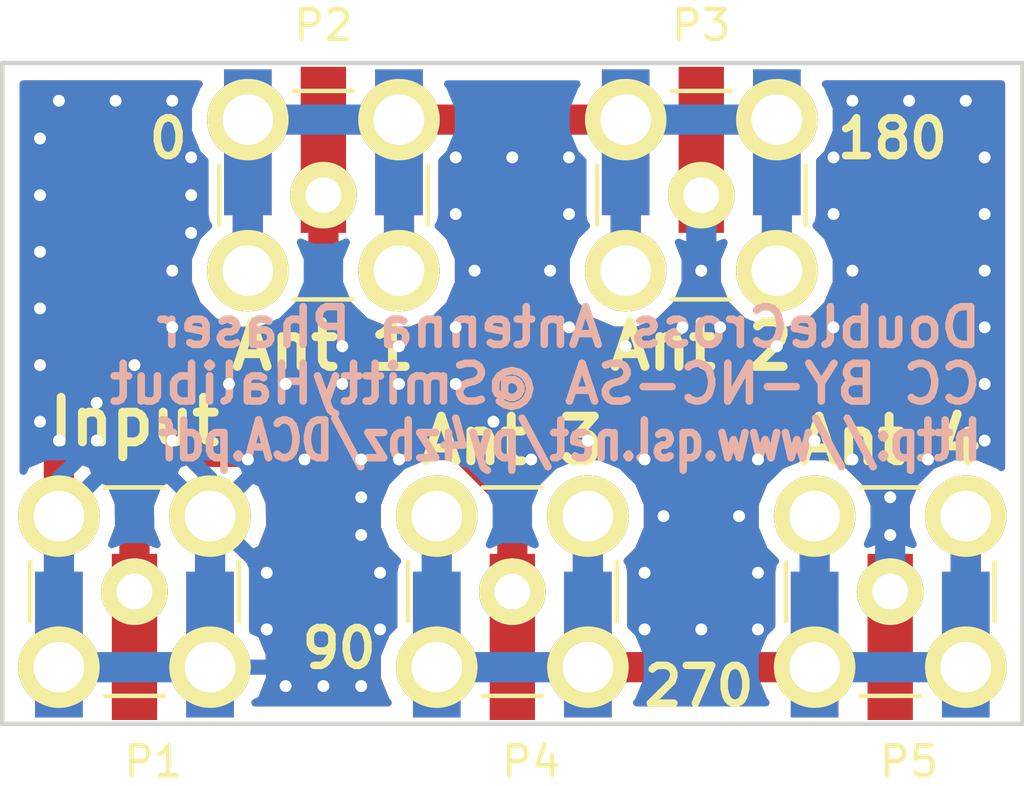
<source format=kicad_pcb>
(kicad_pcb (version 4) (host pcbnew 4.0.2+dfsg1-stable)

  (general
    (links 46)
    (no_connects 0)
    (area 135.179999 94.125 169.620001 120.99)
    (thickness 1.6)
    (drawings 21)
    (tracks 262)
    (zones 0)
    (modules 5)
    (nets 5)
  )

  (page A4)
  (layers
    (0 F.Cu signal)
    (31 B.Cu signal hide)
    (32 B.Adhes user)
    (33 F.Adhes user)
    (34 B.Paste user)
    (35 F.Paste user)
    (36 B.SilkS user)
    (37 F.SilkS user)
    (38 B.Mask user)
    (39 F.Mask user)
    (40 Dwgs.User user)
    (41 Cmts.User user)
    (42 Eco1.User user)
    (43 Eco2.User user)
    (44 Edge.Cuts user)
    (45 Margin user)
    (46 B.CrtYd user)
    (47 F.CrtYd user)
    (48 B.Fab user)
    (49 F.Fab user)
  )

  (setup
    (last_trace_width 1.016)
    (trace_clearance 0.2)
    (zone_clearance 0.508)
    (zone_45_only no)
    (trace_min 0.2)
    (segment_width 0.2)
    (edge_width 0.15)
    (via_size 0.6)
    (via_drill 0.4)
    (via_min_size 0.4)
    (via_min_drill 0.3)
    (uvia_size 0.3)
    (uvia_drill 0.1)
    (uvias_allowed no)
    (uvia_min_size 0)
    (uvia_min_drill 0)
    (pcb_text_width 0.3)
    (pcb_text_size 1.5 1.5)
    (mod_edge_width 0.15)
    (mod_text_size 1 1)
    (mod_text_width 0.15)
    (pad_size 1.524 1.524)
    (pad_drill 0.762)
    (pad_to_mask_clearance 0.2)
    (aux_axis_origin 0 0)
    (visible_elements FFFFFF7F)
    (pcbplotparams
      (layerselection 0x00030_80000001)
      (usegerberextensions false)
      (excludeedgelayer true)
      (linewidth 0.100000)
      (plotframeref false)
      (viasonmask false)
      (mode 1)
      (useauxorigin false)
      (hpglpennumber 1)
      (hpglpenspeed 20)
      (hpglpendiameter 15)
      (hpglpenoverlay 2)
      (psnegative false)
      (psa4output false)
      (plotreference true)
      (plotvalue true)
      (plotinvisibletext false)
      (padsonsilk false)
      (subtractmaskfromsilk false)
      (outputformat 1)
      (mirror false)
      (drillshape 1)
      (scaleselection 1)
      (outputdirectory ""))
  )

  (net 0 "")
  (net 1 "Net-(P1-Pad2)")
  (net 2 "Net-(P1-Pad1)")
  (net 3 "Net-(P2-Pad2)")
  (net 4 "Net-(P4-Pad2)")

  (net_class Default "This is the default net class."
    (clearance 0.2)
    (trace_width 1.016)
    (via_dia 0.6)
    (via_drill 0.4)
    (uvia_dia 0.3)
    (uvia_drill 0.1)
    (add_net "Net-(P1-Pad1)")
    (add_net "Net-(P1-Pad2)")
    (add_net "Net-(P2-Pad2)")
    (add_net "Net-(P4-Pad2)")
  )

  (module Libraries:SMA_Vertical_Or_Edge (layer F.Cu) (tedit 5A2C6C56) (tstamp 5A2C340C)
    (at 139.7 114.3)
    (descr "SMB pcb mounting jack")
    (tags "SMB Jack  Striaght")
    (path /5A2C3454)
    (fp_text reference P1 (at 0.635 5.715) (layer F.SilkS)
      (effects (font (size 1 1) (thickness 0.15)))
    )
    (fp_text value Input (at 0.635 5.715) (layer F.Fab)
      (effects (font (size 1 1) (thickness 0.15)))
    )
    (fp_line (start -4.25 -4.25) (end 4.25 -4.25) (layer B.CrtYd) (width 0.05))
    (fp_line (start 4.25 -4.25) (end 4.25 4.25) (layer B.CrtYd) (width 0.05))
    (fp_line (start 4.25 4.25) (end -4.25 4.25) (layer B.CrtYd) (width 0.05))
    (fp_line (start -4.25 4.25) (end -4.25 -4.25) (layer B.CrtYd) (width 0.05))
    (fp_line (start 4.25 4.25) (end -4.25 4.25) (layer F.CrtYd) (width 0.05))
    (fp_line (start -4.25 4.25) (end -4.25 -4.25) (layer F.CrtYd) (width 0.05))
    (fp_line (start 4.25 -4.25) (end 4.25 4.25) (layer F.CrtYd) (width 0.05))
    (fp_line (start -4.25 -4.25) (end 4.25 -4.25) (layer F.CrtYd) (width 0.05))
    (fp_line (start -1 -3.5052) (end 1 -3.5052) (layer F.SilkS) (width 0.15))
    (fp_line (start 3.5052 -1) (end 3.5052 1) (layer F.SilkS) (width 0.15))
    (fp_line (start 1 3.5052) (end -1 3.5052) (layer F.SilkS) (width 0.15))
    (fp_line (start -3.5052 1) (end -3.5052 -1) (layer F.SilkS) (width 0.15))
    (pad 2 thru_hole circle (at -2.54 2.54) (size 2.74 2.74) (drill 1.7) (layers *.Cu *.Mask F.SilkS)
      (net 1 "Net-(P1-Pad2)"))
    (pad 2 smd rect (at 2.54 1.778) (size 1.6002 4.9022) (layers B.Cu B.Paste B.Mask)
      (net 1 "Net-(P1-Pad2)"))
    (pad 2 thru_hole circle (at 2.54 2.54) (size 2.74 2.74) (drill 1.7) (layers *.Cu *.Mask F.SilkS)
      (net 1 "Net-(P1-Pad2)"))
    (pad 2 thru_hole circle (at 2.54 -2.54) (size 2.74 2.74) (drill 1.7) (layers *.Cu *.Mask F.SilkS)
      (net 1 "Net-(P1-Pad2)"))
    (pad 2 thru_hole circle (at -2.54 -2.54) (size 2.74 2.74) (drill 1.7) (layers *.Cu *.Mask F.SilkS)
      (net 1 "Net-(P1-Pad2)"))
    (pad 1 thru_hole circle (at 0 0) (size 2.24 2.24) (drill 1.2) (layers *.Cu *.Mask F.SilkS)
      (net 2 "Net-(P1-Pad1)"))
    (pad 1 smd rect (at 0 1.524) (size 1.524 5.588) (layers F.Cu F.Paste F.Mask)
      (net 2 "Net-(P1-Pad1)"))
    (pad 2 smd rect (at -2.54 1.778) (size 1.6002 4.9022) (layers F.Cu F.Paste F.Mask)
      (net 1 "Net-(P1-Pad2)"))
    (pad 2 smd rect (at 2.54 1.778) (size 1.6002 4.9022) (layers F.Cu F.Paste F.Mask)
      (net 1 "Net-(P1-Pad2)"))
    (pad 2 smd rect (at -2.54 1.778) (size 1.6002 4.9022) (layers B.Cu B.Paste B.Mask)
      (net 1 "Net-(P1-Pad2)"))
    (model Connect.3dshapes/SMB_Straight.wrl
      (at (xyz 0 0 0))
      (scale (xyz 1 1 1))
      (rotate (xyz 0 0 0))
    )
  )

  (module Libraries:SMA_Vertical_Or_Edge (layer F.Cu) (tedit 5A2C6C4F) (tstamp 5A2C341A)
    (at 146.05 100.965 180)
    (descr "SMB pcb mounting jack")
    (tags "SMB Jack  Striaght")
    (path /5A2C3323)
    (fp_text reference P2 (at 0 5.715 180) (layer F.SilkS)
      (effects (font (size 1 1) (thickness 0.15)))
    )
    (fp_text value Ant1 (at 0 5.715 180) (layer F.Fab)
      (effects (font (size 1 1) (thickness 0.15)))
    )
    (fp_line (start -4.25 -4.25) (end 4.25 -4.25) (layer B.CrtYd) (width 0.05))
    (fp_line (start 4.25 -4.25) (end 4.25 4.25) (layer B.CrtYd) (width 0.05))
    (fp_line (start 4.25 4.25) (end -4.25 4.25) (layer B.CrtYd) (width 0.05))
    (fp_line (start -4.25 4.25) (end -4.25 -4.25) (layer B.CrtYd) (width 0.05))
    (fp_line (start 4.25 4.25) (end -4.25 4.25) (layer F.CrtYd) (width 0.05))
    (fp_line (start -4.25 4.25) (end -4.25 -4.25) (layer F.CrtYd) (width 0.05))
    (fp_line (start 4.25 -4.25) (end 4.25 4.25) (layer F.CrtYd) (width 0.05))
    (fp_line (start -4.25 -4.25) (end 4.25 -4.25) (layer F.CrtYd) (width 0.05))
    (fp_line (start -1 -3.5052) (end 1 -3.5052) (layer F.SilkS) (width 0.15))
    (fp_line (start 3.5052 -1) (end 3.5052 1) (layer F.SilkS) (width 0.15))
    (fp_line (start 1 3.5052) (end -1 3.5052) (layer F.SilkS) (width 0.15))
    (fp_line (start -3.5052 1) (end -3.5052 -1) (layer F.SilkS) (width 0.15))
    (pad 2 thru_hole circle (at -2.54 2.54 180) (size 2.74 2.74) (drill 1.7) (layers *.Cu *.Mask F.SilkS)
      (net 3 "Net-(P2-Pad2)"))
    (pad 2 smd rect (at 2.54 1.778 180) (size 1.6002 4.9022) (layers B.Cu B.Paste B.Mask)
      (net 3 "Net-(P2-Pad2)"))
    (pad 2 thru_hole circle (at 2.54 2.54 180) (size 2.74 2.74) (drill 1.7) (layers *.Cu *.Mask F.SilkS)
      (net 3 "Net-(P2-Pad2)"))
    (pad 2 thru_hole circle (at 2.54 -2.54 180) (size 2.74 2.74) (drill 1.7) (layers *.Cu *.Mask F.SilkS)
      (net 3 "Net-(P2-Pad2)"))
    (pad 2 thru_hole circle (at -2.54 -2.54 180) (size 2.74 2.74) (drill 1.7) (layers *.Cu *.Mask F.SilkS)
      (net 3 "Net-(P2-Pad2)"))
    (pad 1 thru_hole circle (at 0 0 180) (size 2.24 2.24) (drill 1.2) (layers *.Cu *.Mask F.SilkS)
      (net 2 "Net-(P1-Pad1)"))
    (pad 1 smd rect (at 0 1.524 180) (size 1.524 5.588) (layers F.Cu F.Paste F.Mask)
      (net 2 "Net-(P1-Pad1)"))
    (pad 2 smd rect (at -2.54 1.778 180) (size 1.6002 4.9022) (layers F.Cu F.Paste F.Mask)
      (net 3 "Net-(P2-Pad2)"))
    (pad 2 smd rect (at 2.54 1.778 180) (size 1.6002 4.9022) (layers F.Cu F.Paste F.Mask)
      (net 3 "Net-(P2-Pad2)"))
    (pad 2 smd rect (at -2.54 1.778 180) (size 1.6002 4.9022) (layers B.Cu B.Paste B.Mask)
      (net 3 "Net-(P2-Pad2)"))
    (model Connect.3dshapes/SMB_Straight.wrl
      (at (xyz 0 0 0))
      (scale (xyz 1 1 1))
      (rotate (xyz 0 0 0))
    )
  )

  (module Libraries:SMA_Vertical_Or_Edge (layer F.Cu) (tedit 5A2C6C51) (tstamp 5A2C3428)
    (at 158.75 100.965 180)
    (descr "SMB pcb mounting jack")
    (tags "SMB Jack  Striaght")
    (path /5A2C33D2)
    (fp_text reference P3 (at 0 5.715 180) (layer F.SilkS)
      (effects (font (size 1 1) (thickness 0.15)))
    )
    (fp_text value Ant2 (at 0 5.715 180) (layer F.Fab)
      (effects (font (size 1 1) (thickness 0.15)))
    )
    (fp_line (start -4.25 -4.25) (end 4.25 -4.25) (layer B.CrtYd) (width 0.05))
    (fp_line (start 4.25 -4.25) (end 4.25 4.25) (layer B.CrtYd) (width 0.05))
    (fp_line (start 4.25 4.25) (end -4.25 4.25) (layer B.CrtYd) (width 0.05))
    (fp_line (start -4.25 4.25) (end -4.25 -4.25) (layer B.CrtYd) (width 0.05))
    (fp_line (start 4.25 4.25) (end -4.25 4.25) (layer F.CrtYd) (width 0.05))
    (fp_line (start -4.25 4.25) (end -4.25 -4.25) (layer F.CrtYd) (width 0.05))
    (fp_line (start 4.25 -4.25) (end 4.25 4.25) (layer F.CrtYd) (width 0.05))
    (fp_line (start -4.25 -4.25) (end 4.25 -4.25) (layer F.CrtYd) (width 0.05))
    (fp_line (start -1 -3.5052) (end 1 -3.5052) (layer F.SilkS) (width 0.15))
    (fp_line (start 3.5052 -1) (end 3.5052 1) (layer F.SilkS) (width 0.15))
    (fp_line (start 1 3.5052) (end -1 3.5052) (layer F.SilkS) (width 0.15))
    (fp_line (start -3.5052 1) (end -3.5052 -1) (layer F.SilkS) (width 0.15))
    (pad 2 thru_hole circle (at -2.54 2.54 180) (size 2.74 2.74) (drill 1.7) (layers *.Cu *.Mask F.SilkS)
      (net 3 "Net-(P2-Pad2)"))
    (pad 2 smd rect (at 2.54 1.778 180) (size 1.6002 4.9022) (layers B.Cu B.Paste B.Mask)
      (net 3 "Net-(P2-Pad2)"))
    (pad 2 thru_hole circle (at 2.54 2.54 180) (size 2.74 2.74) (drill 1.7) (layers *.Cu *.Mask F.SilkS)
      (net 3 "Net-(P2-Pad2)"))
    (pad 2 thru_hole circle (at 2.54 -2.54 180) (size 2.74 2.74) (drill 1.7) (layers *.Cu *.Mask F.SilkS)
      (net 3 "Net-(P2-Pad2)"))
    (pad 2 thru_hole circle (at -2.54 -2.54 180) (size 2.74 2.74) (drill 1.7) (layers *.Cu *.Mask F.SilkS)
      (net 3 "Net-(P2-Pad2)"))
    (pad 1 thru_hole circle (at 0 0 180) (size 2.24 2.24) (drill 1.2) (layers *.Cu *.Mask F.SilkS)
      (net 1 "Net-(P1-Pad2)"))
    (pad 1 smd rect (at 0 1.524 180) (size 1.524 5.588) (layers F.Cu F.Paste F.Mask)
      (net 1 "Net-(P1-Pad2)"))
    (pad 2 smd rect (at -2.54 1.778 180) (size 1.6002 4.9022) (layers F.Cu F.Paste F.Mask)
      (net 3 "Net-(P2-Pad2)"))
    (pad 2 smd rect (at 2.54 1.778 180) (size 1.6002 4.9022) (layers F.Cu F.Paste F.Mask)
      (net 3 "Net-(P2-Pad2)"))
    (pad 2 smd rect (at -2.54 1.778 180) (size 1.6002 4.9022) (layers B.Cu B.Paste B.Mask)
      (net 3 "Net-(P2-Pad2)"))
    (model Connect.3dshapes/SMB_Straight.wrl
      (at (xyz 0 0 0))
      (scale (xyz 1 1 1))
      (rotate (xyz 0 0 0))
    )
  )

  (module Libraries:SMA_Vertical_Or_Edge (layer F.Cu) (tedit 5A2C6C54) (tstamp 5A2C3436)
    (at 152.4 114.3)
    (descr "SMB pcb mounting jack")
    (tags "SMB Jack  Striaght")
    (path /5A2C33F3)
    (fp_text reference P4 (at 0.635 5.715) (layer F.SilkS)
      (effects (font (size 1 1) (thickness 0.15)))
    )
    (fp_text value Ant3 (at 0 5.715) (layer F.Fab)
      (effects (font (size 1 1) (thickness 0.15)))
    )
    (fp_line (start -4.25 -4.25) (end 4.25 -4.25) (layer B.CrtYd) (width 0.05))
    (fp_line (start 4.25 -4.25) (end 4.25 4.25) (layer B.CrtYd) (width 0.05))
    (fp_line (start 4.25 4.25) (end -4.25 4.25) (layer B.CrtYd) (width 0.05))
    (fp_line (start -4.25 4.25) (end -4.25 -4.25) (layer B.CrtYd) (width 0.05))
    (fp_line (start 4.25 4.25) (end -4.25 4.25) (layer F.CrtYd) (width 0.05))
    (fp_line (start -4.25 4.25) (end -4.25 -4.25) (layer F.CrtYd) (width 0.05))
    (fp_line (start 4.25 -4.25) (end 4.25 4.25) (layer F.CrtYd) (width 0.05))
    (fp_line (start -4.25 -4.25) (end 4.25 -4.25) (layer F.CrtYd) (width 0.05))
    (fp_line (start -1 -3.5052) (end 1 -3.5052) (layer F.SilkS) (width 0.15))
    (fp_line (start 3.5052 -1) (end 3.5052 1) (layer F.SilkS) (width 0.15))
    (fp_line (start 1 3.5052) (end -1 3.5052) (layer F.SilkS) (width 0.15))
    (fp_line (start -3.5052 1) (end -3.5052 -1) (layer F.SilkS) (width 0.15))
    (pad 2 thru_hole circle (at -2.54 2.54) (size 2.74 2.74) (drill 1.7) (layers *.Cu *.Mask F.SilkS)
      (net 4 "Net-(P4-Pad2)"))
    (pad 2 smd rect (at 2.54 1.778) (size 1.6002 4.9022) (layers B.Cu B.Paste B.Mask)
      (net 4 "Net-(P4-Pad2)"))
    (pad 2 thru_hole circle (at 2.54 2.54) (size 2.74 2.74) (drill 1.7) (layers *.Cu *.Mask F.SilkS)
      (net 4 "Net-(P4-Pad2)"))
    (pad 2 thru_hole circle (at 2.54 -2.54) (size 2.74 2.74) (drill 1.7) (layers *.Cu *.Mask F.SilkS)
      (net 4 "Net-(P4-Pad2)"))
    (pad 2 thru_hole circle (at -2.54 -2.54) (size 2.74 2.74) (drill 1.7) (layers *.Cu *.Mask F.SilkS)
      (net 4 "Net-(P4-Pad2)"))
    (pad 1 thru_hole circle (at 0 0) (size 2.24 2.24) (drill 1.2) (layers *.Cu *.Mask F.SilkS)
      (net 2 "Net-(P1-Pad1)"))
    (pad 1 smd rect (at 0 1.524) (size 1.524 5.588) (layers F.Cu F.Paste F.Mask)
      (net 2 "Net-(P1-Pad1)"))
    (pad 2 smd rect (at -2.54 1.778) (size 1.6002 4.9022) (layers F.Cu F.Paste F.Mask)
      (net 4 "Net-(P4-Pad2)"))
    (pad 2 smd rect (at 2.54 1.778) (size 1.6002 4.9022) (layers F.Cu F.Paste F.Mask)
      (net 4 "Net-(P4-Pad2)"))
    (pad 2 smd rect (at -2.54 1.778) (size 1.6002 4.9022) (layers B.Cu B.Paste B.Mask)
      (net 4 "Net-(P4-Pad2)"))
    (model Connect.3dshapes/SMB_Straight.wrl
      (at (xyz 0 0 0))
      (scale (xyz 1 1 1))
      (rotate (xyz 0 0 0))
    )
  )

  (module Libraries:SMA_Vertical_Or_Edge (layer F.Cu) (tedit 5A2C6C53) (tstamp 5A2C3444)
    (at 165.1 114.3)
    (descr "SMB pcb mounting jack")
    (tags "SMB Jack  Striaght")
    (path /5A2C3420)
    (fp_text reference P5 (at 0.635 5.715) (layer F.SilkS)
      (effects (font (size 1 1) (thickness 0.15)))
    )
    (fp_text value Ant4 (at 0 5.715) (layer F.Fab)
      (effects (font (size 1 1) (thickness 0.15)))
    )
    (fp_line (start -4.25 -4.25) (end 4.25 -4.25) (layer B.CrtYd) (width 0.05))
    (fp_line (start 4.25 -4.25) (end 4.25 4.25) (layer B.CrtYd) (width 0.05))
    (fp_line (start 4.25 4.25) (end -4.25 4.25) (layer B.CrtYd) (width 0.05))
    (fp_line (start -4.25 4.25) (end -4.25 -4.25) (layer B.CrtYd) (width 0.05))
    (fp_line (start 4.25 4.25) (end -4.25 4.25) (layer F.CrtYd) (width 0.05))
    (fp_line (start -4.25 4.25) (end -4.25 -4.25) (layer F.CrtYd) (width 0.05))
    (fp_line (start 4.25 -4.25) (end 4.25 4.25) (layer F.CrtYd) (width 0.05))
    (fp_line (start -4.25 -4.25) (end 4.25 -4.25) (layer F.CrtYd) (width 0.05))
    (fp_line (start -1 -3.5052) (end 1 -3.5052) (layer F.SilkS) (width 0.15))
    (fp_line (start 3.5052 -1) (end 3.5052 1) (layer F.SilkS) (width 0.15))
    (fp_line (start 1 3.5052) (end -1 3.5052) (layer F.SilkS) (width 0.15))
    (fp_line (start -3.5052 1) (end -3.5052 -1) (layer F.SilkS) (width 0.15))
    (pad 2 thru_hole circle (at -2.54 2.54) (size 2.74 2.74) (drill 1.7) (layers *.Cu *.Mask F.SilkS)
      (net 4 "Net-(P4-Pad2)"))
    (pad 2 smd rect (at 2.54 1.778) (size 1.6002 4.9022) (layers B.Cu B.Paste B.Mask)
      (net 4 "Net-(P4-Pad2)"))
    (pad 2 thru_hole circle (at 2.54 2.54) (size 2.74 2.74) (drill 1.7) (layers *.Cu *.Mask F.SilkS)
      (net 4 "Net-(P4-Pad2)"))
    (pad 2 thru_hole circle (at 2.54 -2.54) (size 2.74 2.74) (drill 1.7) (layers *.Cu *.Mask F.SilkS)
      (net 4 "Net-(P4-Pad2)"))
    (pad 2 thru_hole circle (at -2.54 -2.54) (size 2.74 2.74) (drill 1.7) (layers *.Cu *.Mask F.SilkS)
      (net 4 "Net-(P4-Pad2)"))
    (pad 1 thru_hole circle (at 0 0) (size 2.24 2.24) (drill 1.2) (layers *.Cu *.Mask F.SilkS)
      (net 1 "Net-(P1-Pad2)"))
    (pad 1 smd rect (at 0 1.524) (size 1.524 5.588) (layers F.Cu F.Paste F.Mask)
      (net 1 "Net-(P1-Pad2)"))
    (pad 2 smd rect (at -2.54 1.778) (size 1.6002 4.9022) (layers F.Cu F.Paste F.Mask)
      (net 4 "Net-(P4-Pad2)"))
    (pad 2 smd rect (at 2.54 1.778) (size 1.6002 4.9022) (layers F.Cu F.Paste F.Mask)
      (net 4 "Net-(P4-Pad2)"))
    (pad 2 smd rect (at -2.54 1.778) (size 1.6002 4.9022) (layers B.Cu B.Paste B.Mask)
      (net 4 "Net-(P4-Pad2)"))
    (model Connect.3dshapes/SMB_Straight.wrl
      (at (xyz 0 0 0))
      (scale (xyz 1 1 1))
      (rotate (xyz 0 0 0))
    )
  )

  (gr_text http://www.qsl.net/py4zbz/DCA.pdf (at 168.275 109.22) (layer B.SilkS)
    (effects (font (size 1.27 1.016) (thickness 0.254)) (justify left mirror))
  )
  (gr_text O (at 164.465 100.965) (layer F.Mask)
    (effects (font (size 1.016 1.016) (thickness 0.1905)) (justify left))
  )
  (gr_text o (at 165.735 102.87) (layer F.Mask)
    (effects (font (size 1.016 1.016) (thickness 0.1905)) (justify left))
  )
  (gr_text o (at 163.83 104.14) (layer F.Mask)
    (effects (font (size 1.016 1.016) (thickness 0.1905)) (justify left))
  )
  (gr_text ><> (at 162.56 106.68) (layer F.Mask)
    (effects (font (size 1.016 1.016) (thickness 0.1905)) (justify left))
  )
  (gr_text <>< (at 164.465 105.41) (layer F.Mask)
    (effects (font (size 1.016 1.016) (thickness 0.1905)) (justify left))
  )
  (gr_text "CC BY-NC-SA @SmittyHalibut" (at 168.275 107.315) (layer B.SilkS)
    (effects (font (size 1.27 1.27) (thickness 0.254)) (justify left mirror))
  )
  (gr_text "DoubleCross Antenna Phaser" (at 168.275 105.41) (layer B.SilkS)
    (effects (font (size 1.27 1.27) (thickness 0.254)) (justify left mirror))
  )
  (gr_text 180 (at 163.195 99.06) (layer F.SilkS)
    (effects (font (size 1.27 1.27) (thickness 0.254)) (justify left))
  )
  (gr_text 270 (at 160.655 117.475) (layer F.SilkS)
    (effects (font (size 1.27 1.27) (thickness 0.254)) (justify right))
  )
  (gr_text 0 (at 141.605 99.06) (layer F.SilkS)
    (effects (font (size 1.27 1.27) (thickness 0.254)) (justify right))
  )
  (gr_text 90 (at 147.955 116.205) (layer F.SilkS)
    (effects (font (size 1.27 1.27) (thickness 0.254)) (justify right))
  )
  (gr_text "Ant 2" (at 158.75 106.045) (layer F.SilkS)
    (effects (font (size 1.5 1.5) (thickness 0.3)))
  )
  (gr_text "Ant 1" (at 146.05 106.045) (layer F.SilkS)
    (effects (font (size 1.5 1.5) (thickness 0.3)))
  )
  (gr_text "Ant 4" (at 165.1 109.22) (layer F.SilkS)
    (effects (font (size 1.5 1.5) (thickness 0.3)))
  )
  (gr_text "Ant 3" (at 152.4 109.22) (layer F.SilkS)
    (effects (font (size 1.5 1.5) (thickness 0.3)))
  )
  (gr_text Input (at 139.7 108.585) (layer F.SilkS)
    (effects (font (size 1.5 1.5) (thickness 0.3)))
  )
  (gr_line (start 135.255 96.52) (end 135.255 118.745) (angle 90) (layer Edge.Cuts) (width 0.15))
  (gr_line (start 169.545 96.52) (end 135.255 96.52) (angle 90) (layer Edge.Cuts) (width 0.15))
  (gr_line (start 169.545 118.745) (end 169.545 96.52) (angle 90) (layer Edge.Cuts) (width 0.15))
  (gr_line (start 135.255 118.745) (end 169.545 118.745) (angle 90) (layer Edge.Cuts) (width 0.15))

  (segment (start 165.1 114.3) (end 165.1 111.125) (width 1.016) (layer B.Cu) (net 1) (status 400000))
  (segment (start 158.75 100.965) (end 158.75 103.505) (width 1.016) (layer B.Cu) (net 1) (status 400000))
  (segment (start 137.16 111.76) (end 137.16 109.22) (width 1.016) (layer F.Cu) (net 1) (status 400000))
  (segment (start 137.16 116.84) (end 141.478 116.84) (width 1.016) (layer B.Cu) (net 1))
  (segment (start 141.478 116.84) (end 142.24 116.078) (width 1.016) (layer B.Cu) (net 1) (tstamp 5A2C6D14))
  (segment (start 142.24 116.078) (end 142.24 111.76) (width 1.016) (layer B.Cu) (net 1))
  (segment (start 137.16 116.84) (end 137.16 111.76) (width 1.016) (layer B.Cu) (net 1))
  (segment (start 140.97 109.22) (end 142.875 107.315) (width 0.508) (layer B.Cu) (net 1))
  (segment (start 142.875 107.315) (end 144.78 107.315) (width 0.508) (layer F.Cu) (net 1) (tstamp 5A2C37D7))
  (via (at 142.875 107.315) (size 0.6) (drill 0.4) (layers F.Cu B.Cu) (net 1))
  (via (at 144.78 107.315) (size 0.6) (drill 0.4) (layers F.Cu B.Cu) (net 1))
  (segment (start 144.78 107.315) (end 145.415 107.315) (width 0.508) (layer B.Cu) (net 1) (tstamp 5A2C37DA))
  (segment (start 145.415 107.315) (end 146.685 106.045) (width 0.508) (layer B.Cu) (net 1) (tstamp 5A2C37DB))
  (via (at 146.685 106.045) (size 0.6) (drill 0.4) (layers F.Cu B.Cu) (net 1))
  (segment (start 146.685 106.045) (end 148.59 106.045) (width 0.508) (layer F.Cu) (net 1) (tstamp 5A2C37DE))
  (via (at 148.59 106.045) (size 0.6) (drill 0.4) (layers F.Cu B.Cu) (net 1))
  (segment (start 148.59 106.045) (end 149.86 106.045) (width 0.508) (layer B.Cu) (net 1) (tstamp 5A2C37E1))
  (segment (start 149.86 106.045) (end 150.495 105.41) (width 0.508) (layer B.Cu) (net 1) (tstamp 5A2C37E2))
  (via (at 150.495 105.41) (size 0.6) (drill 0.4) (layers F.Cu B.Cu) (net 1))
  (segment (start 150.495 105.41) (end 151.13 104.775) (width 0.508) (layer F.Cu) (net 1) (tstamp 5A2C37E5))
  (segment (start 151.13 104.775) (end 151.13 103.505) (width 0.508) (layer F.Cu) (net 1) (tstamp 5A2C37E6))
  (via (at 151.13 103.505) (size 0.6) (drill 0.4) (layers F.Cu B.Cu) (net 1))
  (segment (start 151.13 103.505) (end 151.13 102.235) (width 0.508) (layer B.Cu) (net 1) (tstamp 5A2C37E8))
  (segment (start 151.13 102.235) (end 150.495 101.6) (width 0.508) (layer B.Cu) (net 1) (tstamp 5A2C37E9))
  (via (at 150.495 101.6) (size 0.6) (drill 0.4) (layers F.Cu B.Cu) (net 1))
  (segment (start 150.495 101.6) (end 150.495 99.695) (width 0.508) (layer F.Cu) (net 1) (tstamp 5A2C37EC))
  (via (at 150.495 99.695) (size 0.6) (drill 0.4) (layers F.Cu B.Cu) (net 1))
  (segment (start 150.495 99.695) (end 152.4 99.695) (width 0.508) (layer B.Cu) (net 1) (tstamp 5A2C37EF))
  (via (at 152.4 99.695) (size 0.6) (drill 0.4) (layers F.Cu B.Cu) (net 1))
  (segment (start 152.4 99.695) (end 154.305 99.695) (width 0.508) (layer F.Cu) (net 1) (tstamp 5A2C37F2))
  (via (at 154.305 99.695) (size 0.6) (drill 0.4) (layers F.Cu B.Cu) (net 1))
  (segment (start 154.305 99.695) (end 154.305 101.6) (width 0.508) (layer B.Cu) (net 1) (tstamp 5A2C37F5))
  (via (at 154.305 101.6) (size 0.6) (drill 0.4) (layers F.Cu B.Cu) (net 1))
  (segment (start 154.305 101.6) (end 153.67 102.235) (width 0.508) (layer F.Cu) (net 1) (tstamp 5A2C37F8))
  (segment (start 153.67 102.235) (end 153.67 103.505) (width 0.508) (layer F.Cu) (net 1) (tstamp 5A2C37F9))
  (via (at 153.67 103.505) (size 0.6) (drill 0.4) (layers F.Cu B.Cu) (net 1))
  (segment (start 153.67 103.505) (end 153.67 104.775) (width 0.508) (layer B.Cu) (net 1) (tstamp 5A2C37FB))
  (segment (start 153.67 104.775) (end 154.305 105.41) (width 0.508) (layer B.Cu) (net 1) (tstamp 5A2C37FC))
  (via (at 154.305 105.41) (size 0.6) (drill 0.4) (layers F.Cu B.Cu) (net 1))
  (segment (start 154.305 105.41) (end 154.94 106.045) (width 0.508) (layer F.Cu) (net 1) (tstamp 5A2C37FF))
  (segment (start 154.94 106.045) (end 156.21 106.045) (width 0.508) (layer F.Cu) (net 1) (tstamp 5A2C3800))
  (via (at 156.21 106.045) (size 0.6) (drill 0.4) (layers F.Cu B.Cu) (net 1))
  (segment (start 156.21 106.045) (end 157.48 106.045) (width 0.508) (layer B.Cu) (net 1) (tstamp 5A2C3802))
  (segment (start 157.48 106.045) (end 158.115 105.41) (width 0.508) (layer B.Cu) (net 1) (tstamp 5A2C3803))
  (via (at 158.115 105.41) (size 0.6) (drill 0.4) (layers F.Cu B.Cu) (net 1))
  (segment (start 158.115 105.41) (end 158.75 104.775) (width 0.508) (layer F.Cu) (net 1) (tstamp 5A2C3806))
  (segment (start 158.75 104.775) (end 158.75 103.505) (width 0.508) (layer F.Cu) (net 1) (tstamp 5A2C3807))
  (segment (start 166.37 109.855) (end 165.1 111.125) (width 0.508) (layer B.Cu) (net 1) (tstamp 5A2C383D))
  (via (at 166.37 109.855) (size 0.6) (drill 0.4) (layers F.Cu B.Cu) (net 1))
  (segment (start 167.005 109.22) (end 166.37 109.855) (width 0.508) (layer F.Cu) (net 1) (tstamp 5A2C383A))
  (segment (start 168.275 109.22) (end 167.005 109.22) (width 0.508) (layer F.Cu) (net 1) (tstamp 5A2C3839))
  (via (at 168.275 109.22) (size 0.6) (drill 0.4) (layers F.Cu B.Cu) (net 1))
  (segment (start 168.275 107.315) (end 168.275 109.22) (width 0.508) (layer B.Cu) (net 1) (tstamp 5A2C3836))
  (via (at 168.275 107.315) (size 0.6) (drill 0.4) (layers F.Cu B.Cu) (net 1))
  (segment (start 168.275 105.41) (end 168.275 107.315) (width 0.508) (layer F.Cu) (net 1) (tstamp 5A2C3833))
  (via (at 168.275 105.41) (size 0.6) (drill 0.4) (layers F.Cu B.Cu) (net 1))
  (segment (start 168.275 103.505) (end 168.275 105.41) (width 0.508) (layer B.Cu) (net 1) (tstamp 5A2C3830))
  (via (at 168.275 103.505) (size 0.6) (drill 0.4) (layers F.Cu B.Cu) (net 1))
  (segment (start 168.275 101.6) (end 168.275 103.505) (width 0.508) (layer F.Cu) (net 1) (tstamp 5A2C382D))
  (via (at 168.275 101.6) (size 0.6) (drill 0.4) (layers F.Cu B.Cu) (net 1))
  (segment (start 168.275 99.695) (end 168.275 101.6) (width 0.508) (layer B.Cu) (net 1) (tstamp 5A2C382A))
  (via (at 168.275 99.695) (size 0.6) (drill 0.4) (layers F.Cu B.Cu) (net 1))
  (segment (start 168.275 98.425) (end 168.275 99.695) (width 0.508) (layer F.Cu) (net 1) (tstamp 5A2C3828))
  (segment (start 167.64 97.79) (end 168.275 98.425) (width 0.508) (layer F.Cu) (net 1) (tstamp 5A2C3827))
  (via (at 167.64 97.79) (size 0.6) (drill 0.4) (layers F.Cu B.Cu) (net 1))
  (segment (start 165.735 97.79) (end 167.64 97.79) (width 0.508) (layer B.Cu) (net 1) (tstamp 5A2C3824))
  (via (at 165.735 97.79) (size 0.6) (drill 0.4) (layers F.Cu B.Cu) (net 1))
  (segment (start 163.83 97.79) (end 165.735 97.79) (width 0.508) (layer F.Cu) (net 1) (tstamp 5A2C3821))
  (via (at 163.83 97.79) (size 0.6) (drill 0.4) (layers F.Cu B.Cu) (net 1))
  (segment (start 163.83 99.06) (end 163.83 97.79) (width 0.508) (layer B.Cu) (net 1) (tstamp 5A2C381F))
  (segment (start 163.195 99.695) (end 163.83 99.06) (width 0.508) (layer B.Cu) (net 1) (tstamp 5A2C381E))
  (via (at 163.195 99.695) (size 0.6) (drill 0.4) (layers F.Cu B.Cu) (net 1))
  (segment (start 163.195 101.6) (end 163.195 99.695) (width 0.508) (layer F.Cu) (net 1) (tstamp 5A2C381B))
  (via (at 163.195 101.6) (size 0.6) (drill 0.4) (layers F.Cu B.Cu) (net 1))
  (segment (start 163.83 102.235) (end 163.195 101.6) (width 0.508) (layer B.Cu) (net 1) (tstamp 5A2C3818))
  (segment (start 163.83 103.505) (end 163.83 102.235) (width 0.508) (layer B.Cu) (net 1) (tstamp 5A2C3817))
  (via (at 163.83 103.505) (size 0.6) (drill 0.4) (layers F.Cu B.Cu) (net 1))
  (segment (start 163.83 104.775) (end 163.83 103.505) (width 0.508) (layer F.Cu) (net 1) (tstamp 5A2C3815))
  (segment (start 163.195 105.41) (end 163.83 104.775) (width 0.508) (layer F.Cu) (net 1) (tstamp 5A2C3814))
  (via (at 163.195 105.41) (size 0.6) (drill 0.4) (layers F.Cu B.Cu) (net 1))
  (segment (start 162.56 106.045) (end 163.195 105.41) (width 0.508) (layer B.Cu) (net 1) (tstamp 5A2C3811))
  (segment (start 161.29 106.045) (end 162.56 106.045) (width 0.508) (layer B.Cu) (net 1) (tstamp 5A2C3810))
  (via (at 161.29 106.045) (size 0.6) (drill 0.4) (layers F.Cu B.Cu) (net 1))
  (segment (start 160.02 106.045) (end 161.29 106.045) (width 0.508) (layer F.Cu) (net 1) (tstamp 5A2C380E))
  (segment (start 159.385 105.41) (end 160.02 106.045) (width 0.508) (layer F.Cu) (net 1) (tstamp 5A2C380D))
  (via (at 159.385 105.41) (size 0.6) (drill 0.4) (layers F.Cu B.Cu) (net 1))
  (segment (start 158.75 104.775) (end 159.385 105.41) (width 0.508) (layer B.Cu) (net 1) (tstamp 5A2C380A))
  (segment (start 158.75 103.505) (end 158.75 104.775) (width 0.508) (layer B.Cu) (net 1) (tstamp 5A2C3809))
  (via (at 158.75 103.505) (size 0.6) (drill 0.4) (layers F.Cu B.Cu) (net 1))
  (via (at 165.1 111.125) (size 0.6) (drill 0.4) (layers F.Cu B.Cu) (net 1))
  (segment (start 165.1 111.125) (end 165.1 112.395) (width 0.508) (layer F.Cu) (net 1) (tstamp 5A2C3840))
  (via (at 165.1 112.395) (size 0.6) (drill 0.4) (layers F.Cu B.Cu) (net 1))
  (segment (start 165.1 112.395) (end 165.1 111.125) (width 0.508) (layer B.Cu) (net 1) (tstamp 5A2C3843))
  (segment (start 165.1 111.125) (end 163.83 109.855) (width 0.508) (layer B.Cu) (net 1) (tstamp 5A2C3844))
  (via (at 163.83 109.855) (size 0.6) (drill 0.4) (layers F.Cu B.Cu) (net 1))
  (segment (start 163.83 109.855) (end 163.195 109.22) (width 0.508) (layer F.Cu) (net 1) (tstamp 5A2C3847))
  (segment (start 163.195 109.22) (end 162.56 109.22) (width 0.508) (layer F.Cu) (net 1) (tstamp 5A2C3848))
  (via (at 162.56 109.22) (size 0.6) (drill 0.4) (layers F.Cu B.Cu) (net 1))
  (segment (start 162.56 109.22) (end 161.29 109.22) (width 0.508) (layer B.Cu) (net 1) (tstamp 5A2C384A))
  (segment (start 161.29 109.22) (end 160.655 109.855) (width 0.508) (layer B.Cu) (net 1) (tstamp 5A2C384B))
  (via (at 160.655 109.855) (size 0.6) (drill 0.4) (layers F.Cu B.Cu) (net 1))
  (segment (start 160.655 109.855) (end 160.02 110.49) (width 0.508) (layer F.Cu) (net 1) (tstamp 5A2C384E))
  (segment (start 160.02 110.49) (end 160.02 111.76) (width 0.508) (layer F.Cu) (net 1) (tstamp 5A2C384F))
  (via (at 160.02 111.76) (size 0.6) (drill 0.4) (layers F.Cu B.Cu) (net 1))
  (segment (start 160.02 111.76) (end 160.02 113.03) (width 0.508) (layer B.Cu) (net 1) (tstamp 5A2C3851))
  (segment (start 160.02 113.03) (end 160.655 113.665) (width 0.508) (layer B.Cu) (net 1) (tstamp 5A2C3852))
  (via (at 160.655 113.665) (size 0.6) (drill 0.4) (layers F.Cu B.Cu) (net 1))
  (segment (start 160.655 113.665) (end 160.655 115.57) (width 0.508) (layer F.Cu) (net 1) (tstamp 5A2C3855))
  (via (at 160.655 115.57) (size 0.6) (drill 0.4) (layers F.Cu B.Cu) (net 1))
  (segment (start 160.655 115.57) (end 160.02 115.57) (width 0.508) (layer B.Cu) (net 1) (tstamp 5A2C3858))
  (segment (start 160.02 115.57) (end 158.75 115.57) (width 0.508) (layer B.Cu) (net 1) (tstamp 5A2C3859))
  (via (at 158.75 115.57) (size 0.6) (drill 0.4) (layers F.Cu B.Cu) (net 1))
  (segment (start 158.75 115.57) (end 156.845 115.57) (width 0.508) (layer F.Cu) (net 1) (tstamp 5A2C385B))
  (via (at 156.845 115.57) (size 0.6) (drill 0.4) (layers F.Cu B.Cu) (net 1))
  (segment (start 156.845 115.57) (end 156.845 113.665) (width 0.508) (layer B.Cu) (net 1) (tstamp 5A2C385E))
  (via (at 156.845 113.665) (size 0.6) (drill 0.4) (layers F.Cu B.Cu) (net 1))
  (segment (start 156.845 113.665) (end 157.48 113.03) (width 0.508) (layer F.Cu) (net 1) (tstamp 5A2C3861))
  (segment (start 157.48 113.03) (end 157.48 111.76) (width 0.508) (layer F.Cu) (net 1) (tstamp 5A2C3862))
  (via (at 157.48 111.76) (size 0.6) (drill 0.4) (layers F.Cu B.Cu) (net 1))
  (segment (start 157.48 111.76) (end 157.48 110.49) (width 0.508) (layer B.Cu) (net 1) (tstamp 5A2C3864))
  (segment (start 157.48 110.49) (end 156.845 109.855) (width 0.508) (layer B.Cu) (net 1) (tstamp 5A2C3865))
  (via (at 156.845 109.855) (size 0.6) (drill 0.4) (layers F.Cu B.Cu) (net 1))
  (segment (start 156.845 109.855) (end 156.21 109.22) (width 0.508) (layer F.Cu) (net 1) (tstamp 5A2C3868))
  (segment (start 156.21 109.22) (end 154.94 109.22) (width 0.508) (layer F.Cu) (net 1) (tstamp 5A2C3869))
  (via (at 154.94 109.22) (size 0.6) (drill 0.4) (layers F.Cu B.Cu) (net 1))
  (segment (start 154.94 109.22) (end 153.67 109.22) (width 0.508) (layer B.Cu) (net 1) (tstamp 5A2C386B))
  (segment (start 153.67 109.22) (end 153.035 109.855) (width 0.508) (layer B.Cu) (net 1) (tstamp 5A2C386C))
  (via (at 153.035 109.855) (size 0.6) (drill 0.4) (layers F.Cu B.Cu) (net 1))
  (segment (start 153.035 109.855) (end 151.765 108.585) (width 0.508) (layer F.Cu) (net 1) (tstamp 5A2C386F))
  (via (at 151.765 108.585) (size 0.6) (drill 0.4) (layers F.Cu B.Cu) (net 1))
  (segment (start 151.765 108.585) (end 150.495 107.315) (width 0.508) (layer B.Cu) (net 1) (tstamp 5A2C3872))
  (via (at 150.495 107.315) (size 0.6) (drill 0.4) (layers F.Cu B.Cu) (net 1))
  (segment (start 150.495 107.315) (end 148.59 107.315) (width 0.508) (layer F.Cu) (net 1) (tstamp 5A2C3875))
  (via (at 148.59 107.315) (size 0.6) (drill 0.4) (layers F.Cu B.Cu) (net 1))
  (segment (start 148.59 107.315) (end 146.685 107.315) (width 0.508) (layer B.Cu) (net 1) (tstamp 5A2C3878))
  (via (at 146.685 107.315) (size 0.6) (drill 0.4) (layers F.Cu B.Cu) (net 1))
  (segment (start 146.685 107.315) (end 144.78 107.315) (width 0.508) (layer F.Cu) (net 1) (tstamp 5A2C387B))
  (segment (start 142.24 111.76) (end 142.24 110.49) (width 0.508) (layer B.Cu) (net 1))
  (segment (start 142.24 110.49) (end 140.97 109.22) (width 0.508) (layer B.Cu) (net 1) (tstamp 5A2C379D))
  (via (at 144.145 113.665) (size 0.6) (drill 0.4) (layers F.Cu B.Cu) (net 1))
  (segment (start 144.145 115.57) (end 144.145 113.665) (width 0.508) (layer B.Cu) (net 1) (tstamp 5A2C37C6))
  (via (at 144.145 115.57) (size 0.6) (drill 0.4) (layers F.Cu B.Cu) (net 1))
  (segment (start 144.145 115.57) (end 144.145 115.57) (width 0.508) (layer F.Cu) (net 1) (tstamp 5A2C37C3))
  (via (at 144.145 115.57) (size 0.6) (drill 0.4) (layers F.Cu B.Cu) (net 1))
  (segment (start 144.78 117.475) (end 144.145 115.57) (width 0.508) (layer B.Cu) (net 1) (tstamp 5A2C37C0))
  (via (at 144.78 117.475) (size 0.6) (drill 0.4) (layers F.Cu B.Cu) (net 1))
  (segment (start 146.05 117.475) (end 144.78 117.475) (width 0.508) (layer F.Cu) (net 1) (tstamp 5A2C37BD))
  (via (at 146.05 117.475) (size 0.6) (drill 0.4) (layers F.Cu B.Cu) (net 1))
  (segment (start 147.32 117.475) (end 146.05 117.475) (width 0.508) (layer B.Cu) (net 1) (tstamp 5A2C37BA))
  (via (at 147.32 117.475) (size 0.6) (drill 0.4) (layers F.Cu B.Cu) (net 1))
  (segment (start 147.32 116.205) (end 147.32 117.475) (width 0.508) (layer F.Cu) (net 1) (tstamp 5A2C37B8))
  (segment (start 147.955 115.57) (end 147.32 116.205) (width 0.508) (layer F.Cu) (net 1) (tstamp 5A2C37B7))
  (via (at 147.955 115.57) (size 0.6) (drill 0.4) (layers F.Cu B.Cu) (net 1))
  (segment (start 147.955 113.665) (end 147.955 115.57) (width 0.508) (layer B.Cu) (net 1) (tstamp 5A2C37B4))
  (via (at 147.955 113.665) (size 0.6) (drill 0.4) (layers F.Cu B.Cu) (net 1))
  (segment (start 147.955 113.03) (end 147.955 113.665) (width 0.508) (layer F.Cu) (net 1) (tstamp 5A2C37B2))
  (segment (start 147.32 112.395) (end 147.955 113.03) (width 0.508) (layer F.Cu) (net 1) (tstamp 5A2C37B1))
  (via (at 147.32 112.395) (size 0.6) (drill 0.4) (layers F.Cu B.Cu) (net 1))
  (segment (start 147.32 111.125) (end 147.32 112.395) (width 0.508) (layer B.Cu) (net 1) (tstamp 5A2C37AE))
  (via (at 147.32 111.125) (size 0.6) (drill 0.4) (layers F.Cu B.Cu) (net 1))
  (segment (start 148.59 109.855) (end 147.32 111.125) (width 0.508) (layer F.Cu) (net 1) (tstamp 5A2C37AB))
  (via (at 148.59 109.855) (size 0.6) (drill 0.4) (layers F.Cu B.Cu) (net 1))
  (segment (start 147.32 109.855) (end 148.59 109.855) (width 0.508) (layer B.Cu) (net 1) (tstamp 5A2C37A8))
  (via (at 147.32 109.855) (size 0.6) (drill 0.4) (layers F.Cu B.Cu) (net 1))
  (segment (start 145.415 109.855) (end 147.32 109.855) (width 0.508) (layer F.Cu) (net 1) (tstamp 5A2C37A5))
  (via (at 145.415 109.855) (size 0.6) (drill 0.4) (layers F.Cu B.Cu) (net 1))
  (segment (start 143.51 109.855) (end 145.415 109.855) (width 0.508) (layer B.Cu) (net 1) (tstamp 5A2C37A2))
  (via (at 143.51 109.855) (size 0.6) (drill 0.4) (layers F.Cu B.Cu) (net 1))
  (segment (start 141.605 109.855) (end 143.51 109.855) (width 0.508) (layer F.Cu) (net 1) (tstamp 5A2C37A0))
  (segment (start 140.97 109.22) (end 141.605 109.855) (width 0.508) (layer F.Cu) (net 1) (tstamp 5A2C379F))
  (via (at 140.97 109.22) (size 0.6) (drill 0.4) (layers F.Cu B.Cu) (net 1))
  (segment (start 137.16 111.76) (end 137.16 110.49) (width 0.508) (layer B.Cu) (net 1))
  (segment (start 137.16 110.49) (end 138.43 109.22) (width 0.508) (layer B.Cu) (net 1) (tstamp 5A2C3756))
  (via (at 138.43 109.22) (size 0.6) (drill 0.4) (layers F.Cu B.Cu) (net 1))
  (segment (start 136.525 108.585) (end 137.16 109.22) (width 0.508) (layer F.Cu) (net 1) (tstamp 5A2C3797))
  (via (at 136.525 108.585) (size 0.6) (drill 0.4) (layers F.Cu B.Cu) (net 1))
  (segment (start 136.525 106.68) (end 136.525 108.585) (width 0.508) (layer B.Cu) (net 1) (tstamp 5A2C3794))
  (via (at 136.525 106.68) (size 0.6) (drill 0.4) (layers F.Cu B.Cu) (net 1))
  (segment (start 136.525 104.775) (end 136.525 106.68) (width 0.508) (layer F.Cu) (net 1) (tstamp 5A2C3791))
  (via (at 136.525 104.775) (size 0.6) (drill 0.4) (layers F.Cu B.Cu) (net 1))
  (segment (start 136.525 102.87) (end 136.525 104.775) (width 0.508) (layer B.Cu) (net 1) (tstamp 5A2C378E))
  (via (at 136.525 102.87) (size 0.6) (drill 0.4) (layers F.Cu B.Cu) (net 1))
  (segment (start 136.525 100.965) (end 136.525 102.87) (width 0.508) (layer F.Cu) (net 1) (tstamp 5A2C378B))
  (via (at 136.525 100.965) (size 0.6) (drill 0.4) (layers F.Cu B.Cu) (net 1))
  (segment (start 136.525 99.06) (end 136.525 100.965) (width 0.508) (layer B.Cu) (net 1) (tstamp 5A2C3788))
  (via (at 136.525 99.06) (size 0.6) (drill 0.4) (layers F.Cu B.Cu) (net 1))
  (segment (start 136.525 98.425) (end 136.525 99.06) (width 0.508) (layer F.Cu) (net 1) (tstamp 5A2C3785))
  (segment (start 137.16 97.79) (end 136.525 98.425) (width 0.508) (layer F.Cu) (net 1) (tstamp 5A2C3784))
  (via (at 137.16 97.79) (size 0.6) (drill 0.4) (layers F.Cu B.Cu) (net 1))
  (segment (start 139.065 97.79) (end 137.16 97.79) (width 0.508) (layer B.Cu) (net 1) (tstamp 5A2C3781))
  (via (at 139.065 97.79) (size 0.6) (drill 0.4) (layers F.Cu B.Cu) (net 1))
  (segment (start 140.97 97.79) (end 139.065 97.79) (width 0.508) (layer F.Cu) (net 1) (tstamp 5A2C377E))
  (via (at 140.97 97.79) (size 0.6) (drill 0.4) (layers F.Cu B.Cu) (net 1))
  (segment (start 140.97 99.06) (end 140.97 97.79) (width 0.508) (layer B.Cu) (net 1) (tstamp 5A2C377C))
  (segment (start 141.605 99.695) (end 140.97 99.06) (width 0.508) (layer B.Cu) (net 1) (tstamp 5A2C377B))
  (via (at 141.605 99.695) (size 0.6) (drill 0.4) (layers F.Cu B.Cu) (net 1))
  (segment (start 141.605 100.965) (end 141.605 99.695) (width 0.508) (layer F.Cu) (net 1) (tstamp 5A2C3778))
  (via (at 141.605 100.965) (size 0.6) (drill 0.4) (layers F.Cu B.Cu) (net 1))
  (segment (start 141.605 102.235) (end 141.605 100.965) (width 0.508) (layer B.Cu) (net 1) (tstamp 5A2C3772))
  (via (at 141.605 102.235) (size 0.6) (drill 0.4) (layers F.Cu B.Cu) (net 1))
  (segment (start 140.97 102.235) (end 141.605 102.235) (width 0.508) (layer F.Cu) (net 1) (tstamp 5A2C376C))
  (segment (start 140.97 103.505) (end 140.97 102.235) (width 0.508) (layer F.Cu) (net 1) (tstamp 5A2C376B))
  (via (at 140.97 103.505) (size 0.6) (drill 0.4) (layers F.Cu B.Cu) (net 1))
  (segment (start 140.97 105.41) (end 140.97 103.505) (width 0.508) (layer B.Cu) (net 1) (tstamp 5A2C3765))
  (via (at 140.97 105.41) (size 0.6) (drill 0.4) (layers F.Cu B.Cu) (net 1))
  (segment (start 139.7 106.68) (end 140.97 105.41) (width 0.508) (layer F.Cu) (net 1) (tstamp 5A2C3762))
  (via (at 139.7 106.68) (size 0.6) (drill 0.4) (layers F.Cu B.Cu) (net 1))
  (segment (start 138.43 107.95) (end 139.7 106.68) (width 0.508) (layer B.Cu) (net 1) (tstamp 5A2C375F))
  (via (at 138.43 107.95) (size 0.6) (drill 0.4) (layers F.Cu B.Cu) (net 1))
  (segment (start 138.43 109.22) (end 138.43 107.95) (width 0.508) (layer F.Cu) (net 1) (tstamp 5A2C375B))
  (via (at 137.16 109.22) (size 0.6) (drill 0.4) (layers F.Cu B.Cu) (net 1))
  (segment (start 137.16 109.22) (end 138.43 109.22) (width 0.508) (layer B.Cu) (net 1) (tstamp 5A2C379A))
  (segment (start 142.24 116.078) (end 142.24 116.84) (width 0.508) (layer B.Cu) (net 1))
  (segment (start 142.24 116.84) (end 144.78 116.84) (width 0.508) (layer B.Cu) (net 1) (tstamp 5A2C3701))
  (segment (start 165.1 114.3) (end 165.1 110.49) (width 0.508) (layer B.Cu) (net 1))
  (segment (start 158.75 100.965) (end 158.75 104.14) (width 0.508) (layer B.Cu) (net 1))
  (segment (start 165.1 114.3) (end 165.1 110.49) (width 0.508) (layer F.Cu) (net 1))
  (segment (start 158.75 100.965) (end 158.75 104.14) (width 0.508) (layer F.Cu) (net 1))
  (segment (start 140.97 107.315) (end 142.24 108.585) (width 1.016) (layer F.Cu) (net 2))
  (segment (start 152.4 111.125) (end 152.4 114.3) (width 1.016) (layer F.Cu) (net 2) (tstamp 5A2C6CDC))
  (segment (start 149.86 108.585) (end 152.4 111.125) (width 1.016) (layer F.Cu) (net 2) (tstamp 5A2C6CDB))
  (segment (start 142.24 108.585) (end 149.86 108.585) (width 1.016) (layer F.Cu) (net 2) (tstamp 5A2C6CDA))
  (segment (start 139.7 114.3) (end 139.7 108.585) (width 1.016) (layer F.Cu) (net 2))
  (segment (start 146.05 104.775) (end 146.05 100.965) (width 1.016) (layer F.Cu) (net 2) (tstamp 5A2C6CD5))
  (segment (start 144.78 106.045) (end 146.05 104.775) (width 1.016) (layer F.Cu) (net 2) (tstamp 5A2C6CD4))
  (segment (start 142.24 106.045) (end 144.78 106.045) (width 1.016) (layer F.Cu) (net 2) (tstamp 5A2C6CD3))
  (segment (start 139.7 108.585) (end 140.97 107.315) (width 1.016) (layer F.Cu) (net 2) (tstamp 5A2C6CD2))
  (segment (start 140.97 107.315) (end 142.24 106.045) (width 1.016) (layer F.Cu) (net 2) (tstamp 5A2C6CD8))
  (segment (start 161.29 98.425) (end 156.972 98.425) (width 1.016) (layer B.Cu) (net 3))
  (segment (start 156.972 98.425) (end 156.21 99.187) (width 1.016) (layer B.Cu) (net 3) (tstamp 5A2C6D00))
  (segment (start 161.29 103.505) (end 161.29 98.425) (width 1.016) (layer B.Cu) (net 3))
  (segment (start 156.21 103.505) (end 156.21 98.425) (width 1.016) (layer B.Cu) (net 3))
  (segment (start 156.21 98.425) (end 156.21 99.187) (width 1.016) (layer B.Cu) (net 3) (tstamp 5A2C6CFD))
  (segment (start 148.59 98.425) (end 144.272 98.425) (width 1.016) (layer B.Cu) (net 3))
  (segment (start 144.272 98.425) (end 143.51 99.187) (width 1.016) (layer B.Cu) (net 3) (tstamp 5A2C6CF9))
  (segment (start 148.59 103.505) (end 148.59 98.425) (width 1.016) (layer B.Cu) (net 3))
  (segment (start 143.51 103.505) (end 143.51 99.187) (width 1.016) (layer B.Cu) (net 3))
  (segment (start 143.51 103.505) (end 143.51 98.425) (width 1.016) (layer F.Cu) (net 3))
  (segment (start 156.21 103.505) (end 156.21 98.425) (width 1.016) (layer F.Cu) (net 3))
  (segment (start 148.59 98.425) (end 156.21 98.425) (width 1.016) (layer F.Cu) (net 3))
  (segment (start 156.972 98.425) (end 156.21 99.187) (width 0.508) (layer B.Cu) (net 3) (tstamp 5A2C3730))
  (segment (start 144.272 98.425) (end 143.51 99.187) (width 0.508) (layer B.Cu) (net 3) (tstamp 5A2C372B))
  (segment (start 143.51 98.425) (end 143.51 99.187) (width 0.508) (layer B.Cu) (net 3) (tstamp 5A2C3726))
  (segment (start 156.21 98.425) (end 156.21 99.187) (width 0.508) (layer B.Cu) (net 3) (tstamp 5A2C3720))
  (segment (start 143.51 103.505) (end 143.51 98.425) (width 0.508) (layer F.Cu) (net 3))
  (segment (start 156.21 103.505) (end 156.21 98.425) (width 0.508) (layer F.Cu) (net 3))
  (segment (start 149.86 116.84) (end 154.178 116.84) (width 1.016) (layer B.Cu) (net 4))
  (segment (start 154.178 116.84) (end 154.94 116.078) (width 1.016) (layer B.Cu) (net 4) (tstamp 5A2C6D11))
  (segment (start 162.56 116.84) (end 167.64 116.84) (width 1.016) (layer B.Cu) (net 4))
  (segment (start 167.64 116.84) (end 167.64 116.078) (width 1.016) (layer B.Cu) (net 4) (tstamp 5A2C6D10))
  (segment (start 167.64 116.078) (end 167.64 111.76) (width 1.016) (layer B.Cu) (net 4))
  (segment (start 162.56 116.84) (end 162.56 111.76) (width 1.016) (layer B.Cu) (net 4))
  (segment (start 154.94 116.078) (end 154.94 111.76) (width 1.016) (layer B.Cu) (net 4))
  (segment (start 149.86 116.84) (end 149.86 111.76) (width 1.016) (layer B.Cu) (net 4))
  (segment (start 167.64 116.84) (end 167.64 111.76) (width 1.016) (layer F.Cu) (net 4))
  (segment (start 154.94 116.84) (end 154.94 111.76) (width 1.016) (layer F.Cu) (net 4))
  (segment (start 154.94 116.84) (end 162.56 116.84) (width 1.016) (layer F.Cu) (net 4))
  (segment (start 154.178 116.84) (end 154.94 116.078) (width 0.508) (layer B.Cu) (net 4) (tstamp 5A2C373E))
  (segment (start 162.56 116.84) (end 166.878 116.84) (width 0.508) (layer B.Cu) (net 4))
  (segment (start 166.878 116.84) (end 167.64 116.078) (width 0.508) (layer B.Cu) (net 4) (tstamp 5A2C373B))
  (segment (start 167.64 116.078) (end 167.64 116.84) (width 0.508) (layer B.Cu) (net 4))
  (segment (start 167.64 111.76) (end 167.64 116.84) (width 0.508) (layer F.Cu) (net 4))

  (zone (net 1) (net_name "Net-(P1-Pad2)") (layer F.Cu) (tstamp 5A2C35B4) (hatch edge 0.508)
    (connect_pads (clearance 0.508))
    (min_thickness 0.254)
    (fill yes (arc_segments 16) (thermal_gap 0.508) (thermal_bridge_width 0.508))
    (polygon
      (pts
        (xy 135.255 96.52) (xy 169.545 96.52) (xy 169.545 118.745) (xy 135.255 118.745)
      )
    )
    (filled_polygon
      (pts
        (xy 141.431777 109.393223) (xy 141.802593 109.640994) (xy 142.24 109.728) (xy 149.386554 109.728) (xy 149.427745 109.769191)
        (xy 148.725743 110.059253) (xy 148.161235 110.622776) (xy 147.855349 111.359431) (xy 147.854653 112.157069) (xy 148.159253 112.894257)
        (xy 148.534862 113.270523) (xy 148.463469 113.37501) (xy 148.41246 113.6269) (xy 148.41246 115.451989) (xy 148.161235 115.702776)
        (xy 147.855349 116.439431) (xy 147.854653 117.237069) (xy 148.159253 117.974257) (xy 148.21989 118.035) (xy 143.756437 118.035)
        (xy 143.965312 117.936531) (xy 144.253605 117.192814) (xy 144.235344 116.395385) (xy 143.965312 115.743469) (xy 143.6751 115.606656)
        (xy 143.6751 113.50059) (xy 143.578427 113.267201) (xy 143.399798 113.088573) (xy 143.38131 113.080915) (xy 142.24 111.939605)
        (xy 142.225858 111.953748) (xy 142.046253 111.774143) (xy 142.060395 111.76) (xy 142.419605 111.76) (xy 143.660046 113.000441)
        (xy 143.965312 112.856531) (xy 144.253605 112.112814) (xy 144.235344 111.315385) (xy 143.965312 110.663469) (xy 143.660046 110.519559)
        (xy 142.419605 111.76) (xy 142.060395 111.76) (xy 142.046253 111.745858) (xy 142.225858 111.566253) (xy 142.24 111.580395)
        (xy 143.480441 110.339954) (xy 143.336531 110.034688) (xy 142.592814 109.746395) (xy 141.795385 109.764656) (xy 141.143469 110.034688)
        (xy 140.99956 110.339952) (xy 140.886039 110.226431) (xy 140.843 110.26947) (xy 140.843 109.058446) (xy 140.97 108.931446)
      )
    )
    (filled_polygon
      (pts
        (xy 168.835 110.119112) (xy 168.777224 110.061235) (xy 168.040569 109.755349) (xy 167.242931 109.754653) (xy 166.505743 110.059253)
        (xy 165.941235 110.622776) (xy 165.635349 111.359431) (xy 165.634653 112.157069) (xy 165.732964 112.395) (xy 165.38575 112.395)
        (xy 165.241118 112.539632) (xy 164.967573 112.548323) (xy 164.81425 112.395) (xy 164.467307 112.395) (xy 164.564651 112.160569)
        (xy 164.565347 111.362931) (xy 164.260747 110.625743) (xy 163.697224 110.061235) (xy 162.960569 109.755349) (xy 162.162931 109.754653)
        (xy 161.425743 110.059253) (xy 160.861235 110.622776) (xy 160.555349 111.359431) (xy 160.554653 112.157069) (xy 160.859253 112.894257)
        (xy 161.234862 113.270523) (xy 161.163469 113.37501) (xy 161.11246 113.6269) (xy 161.11246 115.451989) (xy 160.867021 115.697)
        (xy 156.632019 115.697) (xy 156.38754 115.452093) (xy 156.38754 113.6269) (xy 156.343262 113.391583) (xy 156.265147 113.27019)
        (xy 156.638765 112.897224) (xy 156.944651 112.160569) (xy 156.945347 111.362931) (xy 156.640747 110.625743) (xy 156.077224 110.061235)
        (xy 155.340569 109.755349) (xy 154.542931 109.754653) (xy 153.805743 110.059253) (xy 153.344084 110.520107) (xy 153.208223 110.316777)
        (xy 150.668223 107.776777) (xy 150.297407 107.529006) (xy 149.86 107.442) (xy 142.713446 107.442) (xy 142.586446 107.315)
        (xy 142.713446 107.188) (xy 144.78 107.188) (xy 145.217407 107.100994) (xy 145.588223 106.853223) (xy 146.858223 105.583223)
        (xy 147.105994 105.212407) (xy 147.165046 104.915532) (xy 147.452776 105.203765) (xy 148.189431 105.509651) (xy 148.987069 105.510347)
        (xy 149.724257 105.205747) (xy 150.288765 104.642224) (xy 150.594651 103.905569) (xy 150.595347 103.107931) (xy 150.290747 102.370743)
        (xy 149.915138 101.994477) (xy 149.986531 101.88999) (xy 150.03754 101.6381) (xy 150.03754 99.813011) (xy 150.282979 99.568)
        (xy 154.517981 99.568) (xy 154.76246 99.812907) (xy 154.76246 101.6381) (xy 154.806738 101.873417) (xy 154.884853 101.99481)
        (xy 154.511235 102.367776) (xy 154.205349 103.104431) (xy 154.204653 103.902069) (xy 154.509253 104.639257) (xy 155.072776 105.203765)
        (xy 155.809431 105.509651) (xy 156.607069 105.510347) (xy 157.344257 105.205747) (xy 157.908765 104.642224) (xy 158.214651 103.905569)
        (xy 158.215347 103.107931) (xy 158.117036 102.87) (xy 158.46425 102.87) (xy 158.608882 102.725368) (xy 158.882427 102.716677)
        (xy 159.03575 102.87) (xy 159.382693 102.87) (xy 159.285349 103.104431) (xy 159.284653 103.902069) (xy 159.589253 104.639257)
        (xy 160.152776 105.203765) (xy 160.889431 105.509651) (xy 161.687069 105.510347) (xy 162.424257 105.205747) (xy 162.988765 104.642224)
        (xy 163.294651 103.905569) (xy 163.295347 103.107931) (xy 162.990747 102.370743) (xy 162.615138 101.994477) (xy 162.686531 101.88999)
        (xy 162.73754 101.6381) (xy 162.73754 99.813011) (xy 162.988765 99.562224) (xy 163.294651 98.825569) (xy 163.295347 98.027931)
        (xy 162.990747 97.290743) (xy 162.93011 97.23) (xy 168.835 97.23)
      )
    )
    (filled_polygon
      (pts
        (xy 165.227 114.21911) (xy 165.227 114.38089) (xy 165.114143 114.493748) (xy 165.1 114.479605) (xy 165.085858 114.493748)
        (xy 164.973 114.38089) (xy 164.973 114.21911) (xy 165.085858 114.106253) (xy 165.1 114.120395) (xy 165.114143 114.106253)
      )
    )
    (filled_polygon
      (pts
        (xy 137.353748 111.745858) (xy 137.339605 111.76) (xy 137.353748 111.774143) (xy 137.174143 111.953748) (xy 137.16 111.939605)
        (xy 137.145858 111.953748) (xy 136.966253 111.774143) (xy 136.980395 111.76) (xy 136.966253 111.745858) (xy 137.145858 111.566253)
        (xy 137.16 111.580395) (xy 137.174143 111.566253)
      )
    )
    (filled_polygon
      (pts
        (xy 141.811235 97.287776) (xy 141.505349 98.024431) (xy 141.504653 98.822069) (xy 141.809253 99.559257) (xy 142.06246 99.812907)
        (xy 142.06246 101.6381) (xy 142.106738 101.873417) (xy 142.184853 101.99481) (xy 141.811235 102.367776) (xy 141.505349 103.104431)
        (xy 141.504653 103.902069) (xy 141.809253 104.639257) (xy 142.099447 104.929958) (xy 141.802593 104.989006) (xy 141.431777 105.236777)
        (xy 138.891777 107.776777) (xy 138.644006 108.147593) (xy 138.557 108.585) (xy 138.557 110.26947) (xy 138.513961 110.226431)
        (xy 138.40044 110.339952) (xy 138.256531 110.034688) (xy 137.512814 109.746395) (xy 136.715385 109.764656) (xy 136.063469 110.034688)
        (xy 135.965 110.243563) (xy 135.965 97.23) (xy 141.869112 97.23)
      )
    )
    (filled_polygon
      (pts
        (xy 158.877 100.88411) (xy 158.877 101.04589) (xy 158.764143 101.158748) (xy 158.75 101.144605) (xy 158.735858 101.158748)
        (xy 158.623 101.04589) (xy 158.623 100.88411) (xy 158.735858 100.771253) (xy 158.75 100.785395) (xy 158.764143 100.771253)
      )
    )
  )
  (zone (net 1) (net_name "Net-(P1-Pad2)") (layer B.Cu) (tstamp 5A2C361B) (hatch edge 0.508)
    (connect_pads (clearance 0.508))
    (min_thickness 0.254)
    (fill yes (arc_segments 16) (thermal_gap 0.508) (thermal_bridge_width 0.508))
    (polygon
      (pts
        (xy 135.255 96.52) (xy 169.545 96.52) (xy 169.545 118.745) (xy 135.255 118.745)
      )
    )
    (filled_polygon
      (pts
        (xy 141.811235 97.287776) (xy 141.505349 98.024431) (xy 141.504653 98.822069) (xy 141.809253 99.559257) (xy 142.06246 99.812907)
        (xy 142.06246 101.6381) (xy 142.106738 101.873417) (xy 142.184853 101.99481) (xy 141.811235 102.367776) (xy 141.505349 103.104431)
        (xy 141.504653 103.902069) (xy 141.809253 104.639257) (xy 142.372776 105.203765) (xy 143.109431 105.509651) (xy 143.907069 105.510347)
        (xy 144.644257 105.205747) (xy 145.208765 104.642224) (xy 145.514651 103.905569) (xy 145.515347 103.107931) (xy 145.283594 102.547046)
        (xy 145.699377 102.719694) (xy 146.397559 102.720303) (xy 146.816779 102.547085) (xy 146.585349 103.104431) (xy 146.584653 103.902069)
        (xy 146.889253 104.639257) (xy 147.452776 105.203765) (xy 148.189431 105.509651) (xy 148.987069 105.510347) (xy 149.724257 105.205747)
        (xy 150.288765 104.642224) (xy 150.594651 103.905569) (xy 150.595347 103.107931) (xy 150.290747 102.370743) (xy 149.915138 101.994477)
        (xy 149.986531 101.88999) (xy 150.03754 101.6381) (xy 150.03754 99.813011) (xy 150.288765 99.562224) (xy 150.594651 98.825569)
        (xy 150.595347 98.027931) (xy 150.290747 97.290743) (xy 150.23011 97.23) (xy 154.569112 97.23) (xy 154.511235 97.287776)
        (xy 154.205349 98.024431) (xy 154.204653 98.822069) (xy 154.509253 99.559257) (xy 154.76246 99.812907) (xy 154.76246 101.6381)
        (xy 154.806738 101.873417) (xy 154.884853 101.99481) (xy 154.511235 102.367776) (xy 154.205349 103.104431) (xy 154.204653 103.902069)
        (xy 154.509253 104.639257) (xy 155.072776 105.203765) (xy 155.809431 105.509651) (xy 156.607069 105.510347) (xy 157.344257 105.205747)
        (xy 157.908765 104.642224) (xy 158.214651 103.905569) (xy 158.215347 103.107931) (xy 157.985809 102.552407) (xy 158.456821 102.7302)
        (xy 159.15465 102.708027) (xy 159.511291 102.560302) (xy 159.285349 103.104431) (xy 159.284653 103.902069) (xy 159.589253 104.639257)
        (xy 160.152776 105.203765) (xy 160.889431 105.509651) (xy 161.687069 105.510347) (xy 162.424257 105.205747) (xy 162.988765 104.642224)
        (xy 163.294651 103.905569) (xy 163.295347 103.107931) (xy 162.990747 102.370743) (xy 162.615138 101.994477) (xy 162.686531 101.88999)
        (xy 162.73754 101.6381) (xy 162.73754 99.813011) (xy 162.988765 99.562224) (xy 163.294651 98.825569) (xy 163.295347 98.027931)
        (xy 162.990747 97.290743) (xy 162.93011 97.23) (xy 168.835 97.23) (xy 168.835 110.119112) (xy 168.777224 110.061235)
        (xy 168.040569 109.755349) (xy 167.242931 109.754653) (xy 166.505743 110.059253) (xy 165.941235 110.622776) (xy 165.635349 111.359431)
        (xy 165.634653 112.157069) (xy 165.864191 112.712593) (xy 165.393179 112.5348) (xy 164.69535 112.556973) (xy 164.338709 112.704698)
        (xy 164.564651 112.160569) (xy 164.565347 111.362931) (xy 164.260747 110.625743) (xy 163.697224 110.061235) (xy 162.960569 109.755349)
        (xy 162.162931 109.754653) (xy 161.425743 110.059253) (xy 160.861235 110.622776) (xy 160.555349 111.359431) (xy 160.554653 112.157069)
        (xy 160.859253 112.894257) (xy 161.234862 113.270523) (xy 161.163469 113.37501) (xy 161.11246 113.6269) (xy 161.11246 115.451989)
        (xy 160.861235 115.702776) (xy 160.555349 116.439431) (xy 160.554653 117.237069) (xy 160.859253 117.974257) (xy 160.91989 118.035)
        (xy 156.580888 118.035) (xy 156.638765 117.977224) (xy 156.944651 117.240569) (xy 156.945347 116.442931) (xy 156.640747 115.705743)
        (xy 156.38754 115.452093) (xy 156.38754 113.6269) (xy 156.343262 113.391583) (xy 156.265147 113.27019) (xy 156.638765 112.897224)
        (xy 156.944651 112.160569) (xy 156.945347 111.362931) (xy 156.640747 110.625743) (xy 156.077224 110.061235) (xy 155.340569 109.755349)
        (xy 154.542931 109.754653) (xy 153.805743 110.059253) (xy 153.241235 110.622776) (xy 152.935349 111.359431) (xy 152.934653 112.157069)
        (xy 153.166406 112.717954) (xy 152.750623 112.545306) (xy 152.052441 112.544697) (xy 151.633221 112.717915) (xy 151.864651 112.160569)
        (xy 151.865347 111.362931) (xy 151.560747 110.625743) (xy 150.997224 110.061235) (xy 150.260569 109.755349) (xy 149.462931 109.754653)
        (xy 148.725743 110.059253) (xy 148.161235 110.622776) (xy 147.855349 111.359431) (xy 147.854653 112.157069) (xy 148.159253 112.894257)
        (xy 148.534862 113.270523) (xy 148.463469 113.37501) (xy 148.41246 113.6269) (xy 148.41246 115.451989) (xy 148.161235 115.702776)
        (xy 147.855349 116.439431) (xy 147.854653 117.237069) (xy 148.159253 117.974257) (xy 148.21989 118.035) (xy 143.756437 118.035)
        (xy 143.965312 117.936531) (xy 144.253605 117.192814) (xy 144.235344 116.395385) (xy 143.965312 115.743469) (xy 143.6751 115.606656)
        (xy 143.6751 113.50059) (xy 143.578427 113.267201) (xy 143.399798 113.088573) (xy 143.38131 113.080915) (xy 142.24 111.939605)
        (xy 142.225858 111.953748) (xy 142.046253 111.774143) (xy 142.060395 111.76) (xy 142.419605 111.76) (xy 143.660046 113.000441)
        (xy 143.965312 112.856531) (xy 144.253605 112.112814) (xy 144.235344 111.315385) (xy 143.965312 110.663469) (xy 143.660046 110.519559)
        (xy 142.419605 111.76) (xy 142.060395 111.76) (xy 140.819954 110.519559) (xy 140.514688 110.663469) (xy 140.226395 111.407186)
        (xy 140.244656 112.204615) (xy 140.455394 112.713381) (xy 140.050623 112.545306) (xy 139.352441 112.544697) (xy 138.940156 112.715049)
        (xy 139.173605 112.112814) (xy 139.155344 111.315385) (xy 138.885312 110.663469) (xy 138.580046 110.519559) (xy 137.339605 111.76)
        (xy 137.353748 111.774143) (xy 137.174143 111.953748) (xy 137.16 111.939605) (xy 137.145858 111.953748) (xy 136.966253 111.774143)
        (xy 136.980395 111.76) (xy 136.966253 111.745858) (xy 137.145858 111.566253) (xy 137.16 111.580395) (xy 138.400441 110.339954)
        (xy 140.999559 110.339954) (xy 142.24 111.580395) (xy 143.480441 110.339954) (xy 143.336531 110.034688) (xy 142.592814 109.746395)
        (xy 141.795385 109.764656) (xy 141.143469 110.034688) (xy 140.999559 110.339954) (xy 138.400441 110.339954) (xy 138.256531 110.034688)
        (xy 137.512814 109.746395) (xy 136.715385 109.764656) (xy 136.063469 110.034688) (xy 135.965 110.243563) (xy 135.965 97.23)
        (xy 141.869112 97.23)
      )
    )
    (filled_polygon
      (pts
        (xy 165.293748 114.285858) (xy 165.279605 114.3) (xy 165.293748 114.314143) (xy 165.114143 114.493748) (xy 165.1 114.479605)
        (xy 165.085858 114.493748) (xy 164.906253 114.314143) (xy 164.920395 114.3) (xy 164.906253 114.285858) (xy 165.085858 114.106253)
        (xy 165.1 114.120395) (xy 165.114143 114.106253)
      )
    )
    (filled_polygon
      (pts
        (xy 158.943748 100.950858) (xy 158.929605 100.965) (xy 158.943748 100.979143) (xy 158.764143 101.158748) (xy 158.75 101.144605)
        (xy 158.735858 101.158748) (xy 158.556253 100.979143) (xy 158.570395 100.965) (xy 158.556253 100.950858) (xy 158.735858 100.771253)
        (xy 158.75 100.785395) (xy 158.764143 100.771253)
      )
    )
  )
)

</source>
